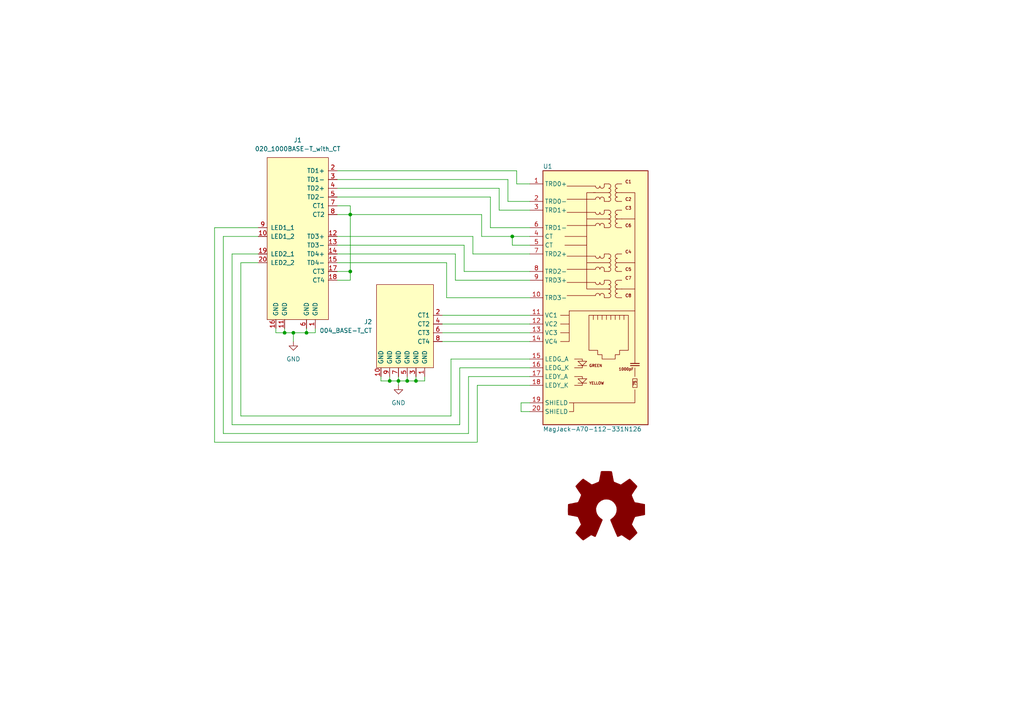
<source format=kicad_sch>
(kicad_sch (version 20211123) (generator eeschema)

  (uuid c264c438-a475-4ad4-9915-0f1e6ecf3053)

  (paper "A4")

  (lib_symbols
    (symbol "Graphic:Logo_Open_Hardware_Large" (pin_names (offset 1.016)) (in_bom yes) (on_board yes)
      (property "Reference" "#LOGO" (id 0) (at 0 12.7 0)
        (effects (font (size 1.27 1.27)) hide)
      )
      (property "Value" "Logo_Open_Hardware_Large" (id 1) (at 0 -10.16 0)
        (effects (font (size 1.27 1.27)) hide)
      )
      (property "Footprint" "" (id 2) (at 0 0 0)
        (effects (font (size 1.27 1.27)) hide)
      )
      (property "Datasheet" "~" (id 3) (at 0 0 0)
        (effects (font (size 1.27 1.27)) hide)
      )
      (property "ki_keywords" "Logo" (id 4) (at 0 0 0)
        (effects (font (size 1.27 1.27)) hide)
      )
      (property "ki_description" "Open Hardware logo, large" (id 5) (at 0 0 0)
        (effects (font (size 1.27 1.27)) hide)
      )
      (symbol "Logo_Open_Hardware_Large_1_1"
        (polyline
          (pts
            (xy 6.731 -8.7122)
            (xy 6.6294 -8.6614)
            (xy 6.35 -8.4836)
            (xy 5.9944 -8.255)
            (xy 5.5372 -7.9502)
            (xy 5.1054 -7.6454)
            (xy 4.7498 -7.4168)
            (xy 4.4958 -7.239)
            (xy 4.3942 -7.1882)
            (xy 4.318 -7.2136)
            (xy 4.1148 -7.3152)
            (xy 3.81 -7.4676)
            (xy 3.6322 -7.5692)
            (xy 3.3528 -7.6708)
            (xy 3.2258 -7.6962)
            (xy 3.2004 -7.6708)
            (xy 3.0988 -7.4676)
            (xy 2.9464 -7.0866)
            (xy 2.7178 -6.604)
            (xy 2.4892 -6.0452)
            (xy 2.2352 -5.4356)
            (xy 1.9558 -4.826)
            (xy 1.7272 -4.2164)
            (xy 1.4986 -3.683)
            (xy 1.3208 -3.2512)
            (xy 1.2192 -2.9464)
            (xy 1.1684 -2.8194)
            (xy 1.1938 -2.794)
            (xy 1.3208 -2.667)
            (xy 1.5748 -2.4892)
            (xy 2.0828 -2.0574)
            (xy 2.6162 -1.397)
            (xy 2.921 -0.6604)
            (xy 3.048 0.1524)
            (xy 2.9464 0.9144)
            (xy 2.6416 1.6256)
            (xy 2.1336 2.286)
            (xy 1.524 2.7686)
            (xy 0.8128 3.0734)
            (xy 0 3.175)
            (xy -0.762 3.0988)
            (xy -1.4986 2.794)
            (xy -2.159 2.286)
            (xy -2.4384 1.9812)
            (xy -2.8194 1.3208)
            (xy -3.048 0.6096)
            (xy -3.0734 0.4318)
            (xy -3.0226 -0.3556)
            (xy -2.794 -1.0922)
            (xy -2.3876 -1.7526)
            (xy -1.8288 -2.3114)
            (xy -1.7526 -2.3622)
            (xy -1.4732 -2.5654)
            (xy -1.2954 -2.6924)
            (xy -1.1684 -2.8194)
            (xy -2.159 -5.207)
            (xy -2.3114 -5.588)
            (xy -2.5908 -6.2484)
            (xy -2.8194 -6.8072)
            (xy -3.0226 -7.2644)
            (xy -3.1496 -7.5692)
            (xy -3.2258 -7.6708)
            (xy -3.2258 -7.6962)
            (xy -3.302 -7.6962)
            (xy -3.4798 -7.6454)
            (xy -3.8354 -7.4676)
            (xy -4.0386 -7.366)
            (xy -4.2926 -7.239)
            (xy -4.4196 -7.1882)
            (xy -4.5212 -7.239)
            (xy -4.7498 -7.3914)
            (xy -5.1054 -7.6454)
            (xy -5.5372 -7.9248)
            (xy -5.9436 -8.2042)
            (xy -6.3246 -8.4582)
            (xy -6.604 -8.636)
            (xy -6.731 -8.7122)
            (xy -6.7564 -8.7122)
            (xy -6.858 -8.636)
            (xy -7.0866 -8.4582)
            (xy -7.4168 -8.1534)
            (xy -7.874 -7.6962)
            (xy -7.9502 -7.62)
            (xy -8.3312 -7.239)
            (xy -8.636 -6.9088)
            (xy -8.8392 -6.6802)
            (xy -8.9154 -6.5786)
            (xy -8.9154 -6.5786)
            (xy -8.8392 -6.4516)
            (xy -8.6614 -6.1722)
            (xy -8.4328 -5.7912)
            (xy -8.128 -5.3594)
            (xy -7.3152 -4.191)
            (xy -7.7724 -3.0988)
            (xy -7.8994 -2.7686)
            (xy -8.0772 -2.3622)
            (xy -8.2042 -2.0828)
            (xy -8.255 -1.9558)
            (xy -8.382 -1.905)
            (xy -8.6614 -1.8542)
            (xy -9.0932 -1.7526)
            (xy -9.6266 -1.651)
            (xy -10.1092 -1.5748)
            (xy -10.541 -1.4732)
            (xy -10.8712 -1.4224)
            (xy -11.0236 -1.397)
            (xy -11.049 -1.3716)
            (xy -11.0744 -1.2954)
            (xy -11.0998 -1.143)
            (xy -11.0998 -0.889)
            (xy -11.1252 -0.4572)
            (xy -11.1252 0.1524)
            (xy -11.1252 0.2286)
            (xy -11.0998 0.8128)
            (xy -11.0998 1.27)
            (xy -11.0744 1.5494)
            (xy -11.0744 1.6764)
            (xy -11.0744 1.6764)
            (xy -10.922 1.7018)
            (xy -10.6172 1.778)
            (xy -10.16 1.8542)
            (xy -9.652 1.9558)
            (xy -9.6012 1.9812)
            (xy -9.0932 2.0828)
            (xy -8.636 2.159)
            (xy -8.3312 2.2352)
            (xy -8.2042 2.286)
            (xy -8.1788 2.3114)
            (xy -8.0772 2.5146)
            (xy -7.9248 2.8448)
            (xy -7.747 3.2512)
            (xy -7.5692 3.6576)
            (xy -7.4168 4.0386)
            (xy -7.3152 4.318)
            (xy -7.2898 4.445)
            (xy -7.2898 4.445)
            (xy -7.366 4.572)
            (xy -7.5438 4.826)
            (xy -7.7978 5.207)
            (xy -8.128 5.6642)
            (xy -8.128 5.6896)
            (xy -8.4328 6.1468)
            (xy -8.6868 6.5278)
            (xy -8.8392 6.7818)
            (xy -8.9154 6.9088)
            (xy -8.9154 6.9088)
            (xy -8.8138 7.0358)
            (xy -8.5852 7.2898)
            (xy -8.255 7.6454)
            (xy -7.874 8.0264)
            (xy -7.747 8.1534)
            (xy -7.3152 8.5852)
            (xy -7.0104 8.8646)
            (xy -6.8326 8.9916)
            (xy -6.731 9.0424)
            (xy -6.731 9.0424)
            (xy -6.604 8.9408)
            (xy -6.3246 8.763)
            (xy -5.9436 8.509)
            (xy -5.4864 8.2042)
            (xy -5.461 8.1788)
            (xy -5.0038 7.874)
            (xy -4.6482 7.62)
            (xy -4.3688 7.4422)
            (xy -4.2672 7.3914)
            (xy -4.2418 7.3914)
            (xy -4.064 7.4422)
            (xy -3.7338 7.5438)
            (xy -3.3528 7.6962)
            (xy -2.9464 7.874)
            (xy -2.5654 8.0264)
            (xy -2.286 8.1534)
            (xy -2.159 8.2296)
            (xy -2.159 8.2296)
            (xy -2.1082 8.382)
            (xy -2.032 8.7122)
            (xy -1.9304 9.1694)
            (xy -1.8288 9.7282)
            (xy -1.8034 9.8044)
            (xy -1.7018 10.3378)
            (xy -1.6256 10.7696)
            (xy -1.5748 11.0744)
            (xy -1.524 11.2014)
            (xy -1.4478 11.2268)
            (xy -1.1938 11.2522)
            (xy -0.8128 11.2522)
            (xy -0.3302 11.2522)
            (xy 0.1524 11.2522)
            (xy 0.6604 11.2522)
            (xy 1.0668 11.2268)
            (xy 1.3716 11.2014)
            (xy 1.4986 11.176)
            (xy 1.4986 11.176)
            (xy 1.5494 11.0236)
            (xy 1.6256 10.6934)
            (xy 1.7018 10.2108)
            (xy 1.8288 9.6774)
            (xy 1.8288 9.5758)
            (xy 1.9304 9.0424)
            (xy 2.032 8.6106)
            (xy 2.0828 8.3058)
            (xy 2.1336 8.2042)
            (xy 2.159 8.1788)
            (xy 2.3876 8.0772)
            (xy 2.7432 7.9248)
            (xy 3.175 7.747)
            (xy 4.191 7.3406)
            (xy 5.461 8.2042)
            (xy 5.5626 8.2804)
            (xy 6.0198 8.5852)
            (xy 6.3754 8.8392)
            (xy 6.6294 8.9916)
            (xy 6.7564 9.0424)
            (xy 6.7564 9.0424)
            (xy 6.8834 8.9408)
            (xy 7.1374 8.7122)
            (xy 7.4676 8.382)
            (xy 7.8486 7.9756)
            (xy 8.1534 7.6962)
            (xy 8.4836 7.3406)
            (xy 8.7122 7.112)
            (xy 8.8392 6.9596)
            (xy 8.8646 6.858)
            (xy 8.8646 6.8072)
            (xy 8.7884 6.6802)
            (xy 8.6106 6.4008)
            (xy 8.3312 6.0198)
            (xy 8.0264 5.588)
            (xy 7.7978 5.207)
            (xy 7.5184 4.8006)
            (xy 7.3406 4.4958)
            (xy 7.2898 4.3434)
            (xy 7.2898 4.2926)
            (xy 7.3914 4.0386)
            (xy 7.5184 3.683)
            (xy 7.7216 3.2258)
            (xy 8.1534 2.2352)
            (xy 8.7884 2.1082)
            (xy 9.1948 2.0574)
            (xy 9.7536 1.9304)
            (xy 10.2616 1.8288)
            (xy 11.0998 1.6764)
            (xy 11.1252 -1.3208)
            (xy 10.9982 -1.3716)
            (xy 10.8712 -1.397)
            (xy 10.5664 -1.4732)
            (xy 10.1346 -1.5494)
            (xy 9.6266 -1.651)
            (xy 9.1948 -1.7272)
            (xy 8.7376 -1.8288)
            (xy 8.4328 -1.8796)
            (xy 8.2804 -1.905)
            (xy 8.255 -1.9558)
            (xy 8.1534 -2.159)
            (xy 7.9756 -2.5146)
            (xy 7.8232 -2.921)
            (xy 7.6454 -3.3274)
            (xy 7.493 -3.7338)
            (xy 7.366 -4.0132)
            (xy 7.3406 -4.191)
            (xy 7.3914 -4.2926)
            (xy 7.5692 -4.5466)
            (xy 7.7978 -4.9276)
            (xy 8.1026 -5.3594)
            (xy 8.4074 -5.7912)
            (xy 8.6614 -6.1722)
            (xy 8.8138 -6.4262)
            (xy 8.89 -6.5532)
            (xy 8.8646 -6.6548)
            (xy 8.6868 -6.858)
            (xy 8.3566 -7.1882)
            (xy 7.874 -7.6708)
            (xy 7.7978 -7.747)
            (xy 7.3914 -8.128)
            (xy 7.0612 -8.4328)
            (xy 6.8326 -8.636)
            (xy 6.731 -8.7122)
          )
          (stroke (width 0) (type default) (color 0 0 0 0))
          (fill (type outline))
        )
      )
    )
    (symbol "parts:MagJack-A70-112-331N126" (in_bom yes) (on_board yes)
      (property "Reference" "U?" (id 0) (at -17.78 76.2 0)
        (effects (font (size 1.27 1.27)) (justify left))
      )
      (property "Value" "MagJack-A70-112-331N126" (id 1) (at -17.78 0 0)
        (effects (font (size 1.27 1.27)) (justify left))
      )
      (property "Footprint" "CM4IO:TRJG0926HENL" (id 2) (at 0 0 0)
        (effects (font (size 1.27 1.27)) hide)
      )
      (property "Datasheet" "https://p.globalsources.com/IMAGES/PDT/SPEC/690/K1160305690.pdf" (id 3) (at 0 0 0)
        (effects (font (size 1.27 1.27)) hide)
      )
      (property "Field6" "TRJG0926HENL" (id 4) (at 0 0 0)
        (effects (font (size 1.27 1.27)) hide)
      )
      (property "Field7" "Trxcon" (id 5) (at 0 0 0)
        (effects (font (size 1.27 1.27)) hide)
      )
      (property "Field8" "UCON00900" (id 6) (at 0 0 0)
        (effects (font (size 1.27 1.27)) hide)
      )
      (property "Part Description" "Gigabit Ethernet Magjack" (id 7) (at 0 0 0)
        (effects (font (size 1.27 1.27)) hide)
      )
      (symbol "MagJack-A70-112-331N126_0_1"
        (polyline
          (pts
            (xy 1.27 40.64)
            (xy -5.08 40.64)
            (xy -5.08 48.26)
            (xy -2.54 48.26)
            (xy -5.08 48.26)
          )
          (stroke (width 0) (type default) (color 0 0 0 0))
          (fill (type none))
        )
        (polyline
          (pts
            (xy 1.27 60.96)
            (xy -5.08 60.96)
            (xy -5.08 68.58)
            (xy -2.54 68.58)
            (xy -5.08 68.58)
          )
          (stroke (width 0) (type default) (color 0 0 0 0))
          (fill (type none))
        )
      )
      (symbol "MagJack-A70-112-331N126_1_1"
        (rectangle (start -17.78 1.27) (end 12.7 74.93)
          (stroke (width 0.254) (type default) (color 0 0 0 0))
          (fill (type background))
        )
        (arc (start -2.54 42.545) (mid -1.905 41.91) (end -1.27 42.545)
          (stroke (width 0) (type default) (color 0 0 0 0))
          (fill (type none))
        )
        (arc (start -2.54 50.165) (mid -1.905 49.53) (end -1.27 50.165)
          (stroke (width 0) (type default) (color 0 0 0 0))
          (fill (type none))
        )
        (arc (start -2.54 62.865) (mid -1.905 62.23) (end -1.27 62.865)
          (stroke (width 0) (type default) (color 0 0 0 0))
          (fill (type none))
        )
        (arc (start -2.54 70.485) (mid -1.905 69.85) (end -1.27 70.485)
          (stroke (width 0) (type default) (color 0 0 0 0))
          (fill (type none))
        )
        (arc (start -1.27 38.735) (mid -1.905 39.37) (end -2.54 38.735)
          (stroke (width 0) (type default) (color 0 0 0 0))
          (fill (type none))
        )
        (arc (start -1.27 42.545) (mid -0.635 41.91) (end 0 42.545)
          (stroke (width 0) (type default) (color 0 0 0 0))
          (fill (type none))
        )
        (arc (start -1.27 46.355) (mid -1.905 46.99) (end -2.54 46.355)
          (stroke (width 0) (type default) (color 0 0 0 0))
          (fill (type none))
        )
        (arc (start -1.27 50.165) (mid -0.635 49.53) (end 0 50.165)
          (stroke (width 0) (type default) (color 0 0 0 0))
          (fill (type none))
        )
        (arc (start -1.27 59.055) (mid -1.905 59.69) (end -2.54 59.055)
          (stroke (width 0) (type default) (color 0 0 0 0))
          (fill (type none))
        )
        (arc (start -1.27 62.865) (mid -0.635 62.23) (end 0 62.865)
          (stroke (width 0) (type default) (color 0 0 0 0))
          (fill (type none))
        )
        (arc (start -1.27 66.675) (mid -1.905 67.31) (end -2.54 66.675)
          (stroke (width 0) (type default) (color 0 0 0 0))
          (fill (type none))
        )
        (arc (start -1.27 70.485) (mid -0.635 69.85) (end 0 70.485)
          (stroke (width 0) (type default) (color 0 0 0 0))
          (fill (type none))
        )
        (polyline
          (pts
            (xy -12.7 27.94)
            (xy -10.16 27.94)
          )
          (stroke (width 0) (type default) (color 0 0 0 0))
          (fill (type none))
        )
        (polyline
          (pts
            (xy -12.7 30.48)
            (xy -10.16 30.48)
          )
          (stroke (width 0) (type default) (color 0 0 0 0))
          (fill (type none))
        )
        (polyline
          (pts
            (xy -12.7 33.02)
            (xy -10.16 33.02)
          )
          (stroke (width 0) (type default) (color 0 0 0 0))
          (fill (type none))
        )
        (polyline
          (pts
            (xy -10.16 33.02)
            (xy -10.16 34.29)
          )
          (stroke (width 0) (type default) (color 0 0 0 0))
          (fill (type none))
        )
        (polyline
          (pts
            (xy -5.08 13.335)
            (xy -7.62 13.335)
          )
          (stroke (width 0) (type default) (color 0 0 0 0))
          (fill (type none))
        )
        (polyline
          (pts
            (xy -5.08 18.415)
            (xy -7.62 18.415)
          )
          (stroke (width 0) (type default) (color 0 0 0 0))
          (fill (type none))
        )
        (polyline
          (pts
            (xy -5.08 48.26)
            (xy -5.08 60.96)
          )
          (stroke (width 0) (type default) (color 0 0 0 0))
          (fill (type none))
        )
        (polyline
          (pts
            (xy -3.175 31.75)
            (xy -3.175 33.02)
          )
          (stroke (width 0) (type default) (color 0 0 0 0))
          (fill (type none))
        )
        (polyline
          (pts
            (xy -3.175 48.26)
            (xy 1.27 48.26)
          )
          (stroke (width 0) (type default) (color 0 0 0 0))
          (fill (type none))
        )
        (polyline
          (pts
            (xy -3.175 68.58)
            (xy 1.27 68.58)
          )
          (stroke (width 0) (type default) (color 0 0 0 0))
          (fill (type none))
        )
        (polyline
          (pts
            (xy -2.54 38.735)
            (xy -10.795 38.735)
          )
          (stroke (width 0) (type default) (color 0 0 0 0))
          (fill (type none))
        )
        (polyline
          (pts
            (xy -2.54 42.545)
            (xy -10.795 42.545)
          )
          (stroke (width 0) (type default) (color 0 0 0 0))
          (fill (type none))
        )
        (polyline
          (pts
            (xy -2.54 46.355)
            (xy -10.795 46.355)
          )
          (stroke (width 0) (type default) (color 0 0 0 0))
          (fill (type none))
        )
        (polyline
          (pts
            (xy -2.54 50.165)
            (xy -10.795 50.165)
          )
          (stroke (width 0) (type default) (color 0 0 0 0))
          (fill (type none))
        )
        (polyline
          (pts
            (xy -2.54 59.055)
            (xy -10.795 59.055)
          )
          (stroke (width 0) (type default) (color 0 0 0 0))
          (fill (type none))
        )
        (polyline
          (pts
            (xy -2.54 62.865)
            (xy -10.795 62.865)
          )
          (stroke (width 0) (type default) (color 0 0 0 0))
          (fill (type none))
        )
        (polyline
          (pts
            (xy -2.54 66.675)
            (xy -10.795 66.675)
          )
          (stroke (width 0) (type default) (color 0 0 0 0))
          (fill (type none))
        )
        (polyline
          (pts
            (xy -2.54 70.485)
            (xy -10.795 70.485)
          )
          (stroke (width 0) (type default) (color 0 0 0 0))
          (fill (type none))
        )
        (polyline
          (pts
            (xy -1.905 33.02)
            (xy -1.905 31.75)
          )
          (stroke (width 0) (type default) (color 0 0 0 0))
          (fill (type none))
        )
        (polyline
          (pts
            (xy -0.635 33.02)
            (xy -0.635 31.75)
          )
          (stroke (width 0) (type default) (color 0 0 0 0))
          (fill (type none))
        )
        (polyline
          (pts
            (xy 0.635 33.02)
            (xy 0.635 31.75)
          )
          (stroke (width 0) (type default) (color 0 0 0 0))
          (fill (type none))
        )
        (polyline
          (pts
            (xy 1.905 33.02)
            (xy 1.905 31.75)
          )
          (stroke (width 0) (type default) (color 0 0 0 0))
          (fill (type none))
        )
        (polyline
          (pts
            (xy 3.175 33.02)
            (xy 3.175 31.75)
          )
          (stroke (width 0) (type default) (color 0 0 0 0))
          (fill (type none))
        )
        (polyline
          (pts
            (xy 3.81 38.1)
            (xy 5.08 38.1)
          )
          (stroke (width 0) (type default) (color 0 0 0 0))
          (fill (type none))
        )
        (polyline
          (pts
            (xy 3.81 40.64)
            (xy 5.08 40.64)
          )
          (stroke (width 0) (type default) (color 0 0 0 0))
          (fill (type none))
        )
        (polyline
          (pts
            (xy 3.81 43.18)
            (xy 5.08 43.18)
          )
          (stroke (width 0) (type default) (color 0 0 0 0))
          (fill (type none))
        )
        (polyline
          (pts
            (xy 3.81 45.72)
            (xy 5.08 45.72)
          )
          (stroke (width 0) (type default) (color 0 0 0 0))
          (fill (type none))
        )
        (polyline
          (pts
            (xy 3.81 48.26)
            (xy 5.08 48.26)
          )
          (stroke (width 0) (type default) (color 0 0 0 0))
          (fill (type none))
        )
        (polyline
          (pts
            (xy 3.81 50.8)
            (xy 5.08 50.8)
          )
          (stroke (width 0) (type default) (color 0 0 0 0))
          (fill (type none))
        )
        (polyline
          (pts
            (xy 3.81 58.42)
            (xy 5.08 58.42)
          )
          (stroke (width 0) (type default) (color 0 0 0 0))
          (fill (type none))
        )
        (polyline
          (pts
            (xy 3.81 60.96)
            (xy 5.08 60.96)
          )
          (stroke (width 0) (type default) (color 0 0 0 0))
          (fill (type none))
        )
        (polyline
          (pts
            (xy 3.81 63.5)
            (xy 5.08 63.5)
          )
          (stroke (width 0) (type default) (color 0 0 0 0))
          (fill (type none))
        )
        (polyline
          (pts
            (xy 3.81 66.04)
            (xy 5.08 66.04)
          )
          (stroke (width 0) (type default) (color 0 0 0 0))
          (fill (type none))
        )
        (polyline
          (pts
            (xy 3.81 68.58)
            (xy 5.08 68.58)
          )
          (stroke (width 0) (type default) (color 0 0 0 0))
          (fill (type none))
        )
        (polyline
          (pts
            (xy 3.81 71.12)
            (xy 5.08 71.12)
          )
          (stroke (width 0) (type default) (color 0 0 0 0))
          (fill (type none))
        )
        (polyline
          (pts
            (xy 4.445 31.75)
            (xy 4.445 33.02)
          )
          (stroke (width 0) (type default) (color 0 0 0 0))
          (fill (type none))
        )
        (polyline
          (pts
            (xy 5.08 40.64)
            (xy 8.89 40.64)
          )
          (stroke (width 0) (type default) (color 0 0 0 0))
          (fill (type none))
        )
        (polyline
          (pts
            (xy 5.08 48.26)
            (xy 8.89 48.26)
          )
          (stroke (width 0) (type default) (color 0 0 0 0))
          (fill (type none))
        )
        (polyline
          (pts
            (xy 5.08 60.96)
            (xy 8.89 60.96)
          )
          (stroke (width 0) (type default) (color 0 0 0 0))
          (fill (type none))
        )
        (polyline
          (pts
            (xy 5.715 31.75)
            (xy 5.715 33.02)
          )
          (stroke (width 0) (type default) (color 0 0 0 0))
          (fill (type none))
        )
        (polyline
          (pts
            (xy 7.62 18.415)
            (xy 10.16 18.415)
          )
          (stroke (width 0.254) (type default) (color 0 0 0 0))
          (fill (type none))
        )
        (polyline
          (pts
            (xy 7.62 19.05)
            (xy 10.16 19.05)
          )
          (stroke (width 0.254) (type default) (color 0 0 0 0))
          (fill (type none))
        )
        (polyline
          (pts
            (xy 8.89 15.24)
            (xy 8.89 17.78)
          )
          (stroke (width 0) (type default) (color 0 0 0 0))
          (fill (type none))
        )
        (polyline
          (pts
            (xy 8.89 19.05)
            (xy 8.89 34.29)
          )
          (stroke (width 0) (type default) (color 0 0 0 0))
          (fill (type none))
        )
        (polyline
          (pts
            (xy -10.16 33.02)
            (xy -10.16 25.4)
            (xy -12.7 25.4)
          )
          (stroke (width 0) (type default) (color 0 0 0 0))
          (fill (type none))
        )
        (polyline
          (pts
            (xy -8.636 12.7)
            (xy -6.35 12.7)
            (xy -6.35 13.335)
          )
          (stroke (width 0) (type default) (color 0 0 0 0))
          (fill (type none))
        )
        (polyline
          (pts
            (xy -8.636 15.24)
            (xy -6.35 15.24)
            (xy -6.35 14.605)
          )
          (stroke (width 0) (type default) (color 0 0 0 0))
          (fill (type none))
        )
        (polyline
          (pts
            (xy -8.636 20.32)
            (xy -6.35 20.32)
            (xy -6.35 19.685)
          )
          (stroke (width 0) (type default) (color 0 0 0 0))
          (fill (type none))
        )
        (polyline
          (pts
            (xy -6.35 18.415)
            (xy -6.35 17.78)
            (xy -8.636 17.78)
          )
          (stroke (width 0) (type default) (color 0 0 0 0))
          (fill (type none))
        )
        (polyline
          (pts
            (xy 0 38.735)
            (xy 0 38.1)
            (xy 1.27 38.1)
          )
          (stroke (width 0) (type default) (color 0 0 0 0))
          (fill (type none))
        )
        (polyline
          (pts
            (xy 0 46.355)
            (xy 0 45.72)
            (xy 1.27 45.72)
          )
          (stroke (width 0) (type default) (color 0 0 0 0))
          (fill (type none))
        )
        (polyline
          (pts
            (xy 0 59.055)
            (xy 0 58.42)
            (xy 1.27 58.42)
          )
          (stroke (width 0) (type default) (color 0 0 0 0))
          (fill (type none))
        )
        (polyline
          (pts
            (xy 0 66.675)
            (xy 0 66.04)
            (xy 1.27 66.04)
          )
          (stroke (width 0) (type default) (color 0 0 0 0))
          (fill (type none))
        )
        (polyline
          (pts
            (xy 1.27 43.18)
            (xy 0 43.18)
            (xy 0 42.545)
          )
          (stroke (width 0) (type default) (color 0 0 0 0))
          (fill (type none))
        )
        (polyline
          (pts
            (xy 1.27 50.8)
            (xy 0 50.8)
            (xy 0 50.165)
          )
          (stroke (width 0) (type default) (color 0 0 0 0))
          (fill (type none))
        )
        (polyline
          (pts
            (xy 1.27 63.5)
            (xy 0 63.5)
            (xy 0 62.865)
          )
          (stroke (width 0) (type default) (color 0 0 0 0))
          (fill (type none))
        )
        (polyline
          (pts
            (xy 1.27 71.12)
            (xy 0 71.12)
            (xy 0 70.485)
          )
          (stroke (width 0) (type default) (color 0 0 0 0))
          (fill (type none))
        )
        (polyline
          (pts
            (xy -11.43 53.34)
            (xy -5.08 53.34)
            (xy -5.08 55.88)
            (xy -11.43 55.88)
          )
          (stroke (width 0) (type default) (color 0 0 0 0))
          (fill (type none))
        )
        (polyline
          (pts
            (xy -10.16 34.29)
            (xy 8.89 34.29)
            (xy 8.89 68.58)
            (xy 5.08 68.58)
          )
          (stroke (width 0) (type default) (color 0 0 0 0))
          (fill (type none))
        )
        (polyline
          (pts
            (xy -7.62 19.685)
            (xy -5.08 19.685)
            (xy -6.35 18.415)
            (xy -7.62 19.685)
          )
          (stroke (width 0) (type default) (color 0 0 0 0))
          (fill (type none))
        )
        (polyline
          (pts
            (xy -5.08 14.605)
            (xy -7.62 14.605)
            (xy -6.35 13.335)
            (xy -5.08 14.605)
          )
          (stroke (width 0) (type default) (color 0 0 0 0))
          (fill (type none))
        )
        (polyline
          (pts
            (xy -10.16 5.08)
            (xy -8.89 5.08)
            (xy -8.89 7.62)
            (xy -10.16 7.62)
            (xy -8.89 7.62)
            (xy 8.89 7.62)
            (xy 8.89 11.43)
          )
          (stroke (width 0) (type default) (color 0 0 0 0))
          (fill (type none))
        )
        (polyline
          (pts
            (xy -4.445 33.02)
            (xy 6.985 33.02)
            (xy 6.985 22.86)
            (xy 4.445 22.86)
            (xy 4.445 21.59)
            (xy 3.175 21.59)
            (xy 3.175 20.32)
            (xy -0.635 20.32)
            (xy -0.635 21.59)
            (xy -1.905 21.59)
            (xy -1.905 22.86)
            (xy -4.445 22.86)
            (xy -4.445 33.02)
          )
          (stroke (width 0) (type default) (color 0 0 0 0))
          (fill (type none))
        )
        (arc (start 0 38.735) (mid -0.635 39.37) (end -1.27 38.735)
          (stroke (width 0) (type default) (color 0 0 0 0))
          (fill (type none))
        )
        (arc (start 0 46.355) (mid -0.635 46.99) (end -1.27 46.355)
          (stroke (width 0) (type default) (color 0 0 0 0))
          (fill (type none))
        )
        (arc (start 0 59.055) (mid -0.635 59.69) (end -1.27 59.055)
          (stroke (width 0) (type default) (color 0 0 0 0))
          (fill (type none))
        )
        (arc (start 0 66.675) (mid -0.635 67.31) (end -1.27 66.675)
          (stroke (width 0) (type default) (color 0 0 0 0))
          (fill (type none))
        )
        (arc (start 1.27 38.1) (mid 1.905 38.735) (end 1.27 39.37)
          (stroke (width 0) (type default) (color 0 0 0 0))
          (fill (type none))
        )
        (arc (start 1.27 39.37) (mid 1.905 40.005) (end 1.27 40.64)
          (stroke (width 0) (type default) (color 0 0 0 0))
          (fill (type none))
        )
        (arc (start 1.27 40.64) (mid 1.905 41.275) (end 1.27 41.91)
          (stroke (width 0) (type default) (color 0 0 0 0))
          (fill (type none))
        )
        (arc (start 1.27 41.91) (mid 1.905 42.545) (end 1.27 43.18)
          (stroke (width 0) (type default) (color 0 0 0 0))
          (fill (type none))
        )
        (arc (start 1.27 45.72) (mid 1.905 46.355) (end 1.27 46.99)
          (stroke (width 0) (type default) (color 0 0 0 0))
          (fill (type none))
        )
        (arc (start 1.27 46.99) (mid 1.905 47.625) (end 1.27 48.26)
          (stroke (width 0) (type default) (color 0 0 0 0))
          (fill (type none))
        )
        (arc (start 1.27 48.26) (mid 1.905 48.895) (end 1.27 49.53)
          (stroke (width 0) (type default) (color 0 0 0 0))
          (fill (type none))
        )
        (arc (start 1.27 49.53) (mid 1.905 50.165) (end 1.27 50.8)
          (stroke (width 0) (type default) (color 0 0 0 0))
          (fill (type none))
        )
        (arc (start 1.27 58.42) (mid 1.905 59.055) (end 1.27 59.69)
          (stroke (width 0) (type default) (color 0 0 0 0))
          (fill (type none))
        )
        (arc (start 1.27 59.69) (mid 1.905 60.325) (end 1.27 60.96)
          (stroke (width 0) (type default) (color 0 0 0 0))
          (fill (type none))
        )
        (arc (start 1.27 60.96) (mid 1.905 61.595) (end 1.27 62.23)
          (stroke (width 0) (type default) (color 0 0 0 0))
          (fill (type none))
        )
        (arc (start 1.27 62.23) (mid 1.905 62.865) (end 1.27 63.5)
          (stroke (width 0) (type default) (color 0 0 0 0))
          (fill (type none))
        )
        (arc (start 1.27 66.04) (mid 1.905 66.675) (end 1.27 67.31)
          (stroke (width 0) (type default) (color 0 0 0 0))
          (fill (type none))
        )
        (arc (start 1.27 67.31) (mid 1.905 67.945) (end 1.27 68.58)
          (stroke (width 0) (type default) (color 0 0 0 0))
          (fill (type none))
        )
        (arc (start 1.27 68.58) (mid 1.905 69.215) (end 1.27 69.85)
          (stroke (width 0) (type default) (color 0 0 0 0))
          (fill (type none))
        )
        (arc (start 1.27 69.85) (mid 1.905 70.485) (end 1.27 71.12)
          (stroke (width 0) (type default) (color 0 0 0 0))
          (fill (type none))
        )
        (arc (start 3.81 39.37) (mid 3.175 38.735) (end 3.81 38.1)
          (stroke (width 0) (type default) (color 0 0 0 0))
          (fill (type none))
        )
        (arc (start 3.81 40.64) (mid 3.175 40.005) (end 3.81 39.37)
          (stroke (width 0) (type default) (color 0 0 0 0))
          (fill (type none))
        )
        (arc (start 3.81 41.91) (mid 3.175 41.275) (end 3.81 40.64)
          (stroke (width 0) (type default) (color 0 0 0 0))
          (fill (type none))
        )
        (arc (start 3.81 43.18) (mid 3.175 42.545) (end 3.81 41.91)
          (stroke (width 0) (type default) (color 0 0 0 0))
          (fill (type none))
        )
        (arc (start 3.81 46.99) (mid 3.175 46.355) (end 3.81 45.72)
          (stroke (width 0) (type default) (color 0 0 0 0))
          (fill (type none))
        )
        (arc (start 3.81 48.26) (mid 3.175 47.625) (end 3.81 46.99)
          (stroke (width 0) (type default) (color 0 0 0 0))
          (fill (type none))
        )
        (arc (start 3.81 49.53) (mid 3.175 48.895) (end 3.81 48.26)
          (stroke (width 0) (type default) (color 0 0 0 0))
          (fill (type none))
        )
        (arc (start 3.81 50.8) (mid 3.175 50.165) (end 3.81 49.53)
          (stroke (width 0) (type default) (color 0 0 0 0))
          (fill (type none))
        )
        (arc (start 3.81 59.69) (mid 3.175 59.055) (end 3.81 58.42)
          (stroke (width 0) (type default) (color 0 0 0 0))
          (fill (type none))
        )
        (arc (start 3.81 60.96) (mid 3.175 60.325) (end 3.81 59.69)
          (stroke (width 0) (type default) (color 0 0 0 0))
          (fill (type none))
        )
        (arc (start 3.81 62.23) (mid 3.175 61.595) (end 3.81 60.96)
          (stroke (width 0) (type default) (color 0 0 0 0))
          (fill (type none))
        )
        (arc (start 3.81 63.5) (mid 3.175 62.865) (end 3.81 62.23)
          (stroke (width 0) (type default) (color 0 0 0 0))
          (fill (type none))
        )
        (arc (start 3.81 67.31) (mid 3.175 66.675) (end 3.81 66.04)
          (stroke (width 0) (type default) (color 0 0 0 0))
          (fill (type none))
        )
        (arc (start 3.81 68.58) (mid 3.175 67.945) (end 3.81 67.31)
          (stroke (width 0) (type default) (color 0 0 0 0))
          (fill (type none))
        )
        (arc (start 3.81 69.85) (mid 3.175 69.215) (end 3.81 68.58)
          (stroke (width 0) (type default) (color 0 0 0 0))
          (fill (type none))
        )
        (arc (start 3.81 71.12) (mid 3.175 70.485) (end 3.81 69.85)
          (stroke (width 0) (type default) (color 0 0 0 0))
          (fill (type none))
        )
        (rectangle (start 9.525 12.065) (end 8.255 14.605)
          (stroke (width 0) (type default) (color 0 0 0 0))
          (fill (type none))
        )
        (text "1000pF" (at 6.35 17.399 0)
          (effects (font (size 0.762 0.762)))
        )
        (text "75" (at 8.89 13.335 900)
          (effects (font (size 0.762 0.762)))
        )
        (text "C1" (at 6.985 71.755 0)
          (effects (font (size 0.889 0.889)))
        )
        (text "C2" (at 6.985 66.675 0)
          (effects (font (size 0.889 0.889)))
        )
        (text "C3" (at 6.985 64.135 0)
          (effects (font (size 0.889 0.889)))
        )
        (text "C4" (at 6.985 51.435 0)
          (effects (font (size 0.889 0.889)))
        )
        (text "C5" (at 6.985 46.355 0)
          (effects (font (size 0.889 0.889)))
        )
        (text "C6" (at 6.985 59.055 0)
          (effects (font (size 0.889 0.889)))
        )
        (text "C7" (at 6.985 43.815 0)
          (effects (font (size 0.889 0.889)))
        )
        (text "C8" (at 6.985 38.735 0)
          (effects (font (size 0.889 0.889)))
        )
        (text "GREEN" (at -4.445 18.415 0)
          (effects (font (size 0.762 0.762)) (justify left))
        )
        (text "YELLOW" (at -4.445 13.335 0)
          (effects (font (size 0.762 0.762)) (justify left))
        )
        (pin passive line (at -21.59 71.12 0) (length 3.81)
          (name "TRD0+" (effects (font (size 1.27 1.27))))
          (number "1" (effects (font (size 1.27 1.27))))
        )
        (pin passive line (at -21.59 38.1 0) (length 3.81)
          (name "TRD3-" (effects (font (size 1.27 1.27))))
          (number "10" (effects (font (size 1.27 1.27))))
        )
        (pin passive line (at -21.59 33.02 0) (length 3.81)
          (name "VC1" (effects (font (size 1.27 1.27))))
          (number "11" (effects (font (size 1.27 1.27))))
        )
        (pin passive line (at -21.59 30.48 0) (length 3.81)
          (name "VC2" (effects (font (size 1.27 1.27))))
          (number "12" (effects (font (size 1.27 1.27))))
        )
        (pin passive line (at -21.59 27.94 0) (length 3.81)
          (name "VC3" (effects (font (size 1.27 1.27))))
          (number "13" (effects (font (size 1.27 1.27))))
        )
        (pin passive line (at -21.59 25.4 0) (length 3.81)
          (name "VC4" (effects (font (size 1.27 1.27))))
          (number "14" (effects (font (size 1.27 1.27))))
        )
        (pin passive line (at -21.59 20.32 0) (length 3.81)
          (name "LEDG_A" (effects (font (size 1.27 1.27))))
          (number "15" (effects (font (size 1.27 1.27))))
        )
        (pin passive line (at -21.59 17.78 0) (length 3.81)
          (name "LEDG_K" (effects (font (size 1.27 1.27))))
          (number "16" (effects (font (size 1.27 1.27))))
        )
        (pin passive line (at -21.59 15.24 0) (length 3.81)
          (name "LEDY_A" (effects (font (size 1.27 1.27))))
          (number "17" (effects (font (size 1.27 1.27))))
        )
        (pin passive line (at -21.59 12.7 0) (length 3.81)
          (name "LEDY_K" (effects (font (size 1.27 1.27))))
          (number "18" (effects (font (size 1.27 1.27))))
        )
        (pin passive line (at -21.59 7.62 0) (length 3.81)
          (name "SHIELD" (effects (font (size 1.27 1.27))))
          (number "19" (effects (font (size 1.27 1.27))))
        )
        (pin passive line (at -21.59 66.04 0) (length 3.81)
          (name "TRD0-" (effects (font (size 1.27 1.27))))
          (number "2" (effects (font (size 1.27 1.27))))
        )
        (pin passive line (at -21.59 5.08 0) (length 3.81)
          (name "SHIELD" (effects (font (size 1.27 1.27))))
          (number "20" (effects (font (size 1.27 1.27))))
        )
        (pin passive line (at -21.59 63.5 0) (length 3.81)
          (name "TRD1+" (effects (font (size 1.27 1.27))))
          (number "3" (effects (font (size 1.27 1.27))))
        )
        (pin passive line (at -21.59 55.88 0) (length 3.81)
          (name "CT" (effects (font (size 1.27 1.27))))
          (number "4" (effects (font (size 1.27 1.27))))
        )
        (pin passive line (at -21.59 53.34 0) (length 3.81)
          (name "CT" (effects (font (size 1.27 1.27))))
          (number "5" (effects (font (size 1.27 1.27))))
        )
        (pin passive line (at -21.59 58.42 0) (length 3.81)
          (name "TRD1-" (effects (font (size 1.27 1.27))))
          (number "6" (effects (font (size 1.27 1.27))))
        )
        (pin passive line (at -21.59 50.8 0) (length 3.81)
          (name "TRD2+" (effects (font (size 1.27 1.27))))
          (number "7" (effects (font (size 1.27 1.27))))
        )
        (pin passive line (at -21.59 45.72 0) (length 3.81)
          (name "TRD2-" (effects (font (size 1.27 1.27))))
          (number "8" (effects (font (size 1.27 1.27))))
        )
        (pin passive line (at -21.59 43.18 0) (length 3.81)
          (name "TRD3+" (effects (font (size 1.27 1.27))))
          (number "9" (effects (font (size 1.27 1.27))))
        )
      )
    )
    (symbol "power:GND" (power) (pin_names (offset 0)) (in_bom yes) (on_board yes)
      (property "Reference" "#PWR" (id 0) (at 0 -6.35 0)
        (effects (font (size 1.27 1.27)) hide)
      )
      (property "Value" "GND" (id 1) (at 0 -3.81 0)
        (effects (font (size 1.27 1.27)))
      )
      (property "Footprint" "" (id 2) (at 0 0 0)
        (effects (font (size 1.27 1.27)) hide)
      )
      (property "Datasheet" "" (id 3) (at 0 0 0)
        (effects (font (size 1.27 1.27)) hide)
      )
      (property "ki_keywords" "power-flag" (id 4) (at 0 0 0)
        (effects (font (size 1.27 1.27)) hide)
      )
      (property "ki_description" "Power symbol creates a global label with name \"GND\" , ground" (id 5) (at 0 0 0)
        (effects (font (size 1.27 1.27)) hide)
      )
      (symbol "GND_0_1"
        (polyline
          (pts
            (xy 0 0)
            (xy 0 -1.27)
            (xy 1.27 -1.27)
            (xy 0 -2.54)
            (xy -1.27 -1.27)
            (xy 0 -1.27)
          )
          (stroke (width 0) (type default) (color 0 0 0 0))
          (fill (type none))
        )
      )
      (symbol "GND_1_1"
        (pin power_in line (at 0 0 270) (length 0) hide
          (name "GND" (effects (font (size 1.27 1.27))))
          (number "1" (effects (font (size 1.27 1.27))))
        )
      )
    )
    (symbol "put_on_edge:004_BASE-T_CT" (pin_names (offset 1.016)) (in_bom yes) (on_board yes)
      (property "Reference" "J" (id 0) (at -2.54 13.97 0)
        (effects (font (size 1.27 1.27)))
      )
      (property "Value" "004_BASE-T_CT" (id 1) (at 8.89 13.97 0)
        (effects (font (size 1.27 1.27)))
      )
      (property "Footprint" "" (id 2) (at 7.62 16.51 0)
        (effects (font (size 1.27 1.27)) hide)
      )
      (property "Datasheet" "" (id 3) (at 7.62 16.51 0)
        (effects (font (size 1.27 1.27)) hide)
      )
      (symbol "004_BASE-T_CT_0_1"
        (rectangle (start -8.89 12.7) (end 7.62 -11.43)
          (stroke (width 0) (type default) (color 0 0 0 0))
          (fill (type background))
        )
      )
      (symbol "004_BASE-T_CT_1_1"
        (pin power_in line (at -6.35 -13.97 90) (length 2.54)
          (name "GND" (effects (font (size 1.27 1.27))))
          (number "1" (effects (font (size 1.27 1.27))))
        )
        (pin power_in line (at 6.35 -13.97 90) (length 2.54)
          (name "GND" (effects (font (size 1.27 1.27))))
          (number "10" (effects (font (size 1.27 1.27))))
        )
        (pin bidirectional line (at -11.43 3.81 0) (length 2.54)
          (name "CT1" (effects (font (size 1.27 1.27))))
          (number "2" (effects (font (size 1.27 1.27))))
        )
        (pin power_in line (at -3.81 -13.97 90) (length 2.54)
          (name "GND" (effects (font (size 1.27 1.27))))
          (number "3" (effects (font (size 1.27 1.27))))
        )
        (pin bidirectional line (at -11.43 1.27 0) (length 2.54)
          (name "CT2" (effects (font (size 1.27 1.27))))
          (number "4" (effects (font (size 1.27 1.27))))
        )
        (pin power_in line (at -1.27 -13.97 90) (length 2.54)
          (name "GND" (effects (font (size 1.27 1.27))))
          (number "5" (effects (font (size 1.27 1.27))))
        )
        (pin bidirectional line (at -11.43 -1.27 0) (length 2.54)
          (name "CT3" (effects (font (size 1.27 1.27))))
          (number "6" (effects (font (size 1.27 1.27))))
        )
        (pin power_in line (at 1.27 -13.97 90) (length 2.54)
          (name "GND" (effects (font (size 1.27 1.27))))
          (number "7" (effects (font (size 1.27 1.27))))
        )
        (pin bidirectional line (at -11.43 -3.81 0) (length 2.54)
          (name "CT4" (effects (font (size 1.27 1.27))))
          (number "8" (effects (font (size 1.27 1.27))))
        )
        (pin power_in line (at 3.81 -13.97 90) (length 2.54)
          (name "GND" (effects (font (size 1.27 1.27))))
          (number "9" (effects (font (size 1.27 1.27))))
        )
      )
    )
    (symbol "put_on_edge:020_1000BASE-T_with_CT" (pin_names (offset 1.016)) (in_bom yes) (on_board yes)
      (property "Reference" "J" (id 0) (at -2.54 13.97 0)
        (effects (font (size 1.27 1.27)))
      )
      (property "Value" "020_1000BASE-T_with_CT" (id 1) (at 8.89 13.97 0)
        (effects (font (size 1.27 1.27)))
      )
      (property "Footprint" "" (id 2) (at 7.62 16.51 0)
        (effects (font (size 1.27 1.27)) hide)
      )
      (property "Datasheet" "" (id 3) (at 7.62 16.51 0)
        (effects (font (size 1.27 1.27)) hide)
      )
      (symbol "020_1000BASE-T_with_CT_0_1"
        (rectangle (start -8.89 12.7) (end 8.89 -34.29)
          (stroke (width 0) (type default) (color 0 0 0 0))
          (fill (type background))
        )
      )
      (symbol "020_1000BASE-T_with_CT_1_1"
        (pin power_in line (at -5.08 -36.83 90) (length 2.54)
          (name "GND" (effects (font (size 1.27 1.27))))
          (number "1" (effects (font (size 1.27 1.27))))
        )
        (pin bidirectional line (at 11.43 -10.16 180) (length 2.54)
          (name "LED1_2" (effects (font (size 1.27 1.27))))
          (number "10" (effects (font (size 1.27 1.27))))
        )
        (pin power_in line (at 3.81 -36.83 90) (length 2.54)
          (name "GND" (effects (font (size 1.27 1.27))))
          (number "11" (effects (font (size 1.27 1.27))))
        )
        (pin bidirectional line (at -11.43 -10.16 0) (length 2.54)
          (name "TD3+" (effects (font (size 1.27 1.27))))
          (number "12" (effects (font (size 1.27 1.27))))
        )
        (pin bidirectional line (at -11.43 -12.7 0) (length 2.54)
          (name "TD3-" (effects (font (size 1.27 1.27))))
          (number "13" (effects (font (size 1.27 1.27))))
        )
        (pin bidirectional line (at -11.43 -15.24 0) (length 2.54)
          (name "TD4+" (effects (font (size 1.27 1.27))))
          (number "14" (effects (font (size 1.27 1.27))))
        )
        (pin bidirectional line (at -11.43 -17.78 0) (length 2.54)
          (name "TD4-" (effects (font (size 1.27 1.27))))
          (number "15" (effects (font (size 1.27 1.27))))
        )
        (pin power_in line (at 6.35 -36.83 90) (length 2.54)
          (name "GND" (effects (font (size 1.27 1.27))))
          (number "16" (effects (font (size 1.27 1.27))))
        )
        (pin bidirectional line (at -11.43 -20.32 0) (length 2.54)
          (name "CT3" (effects (font (size 1.27 1.27))))
          (number "17" (effects (font (size 1.27 1.27))))
        )
        (pin bidirectional line (at -11.43 -22.86 0) (length 2.54)
          (name "CT4" (effects (font (size 1.27 1.27))))
          (number "18" (effects (font (size 1.27 1.27))))
        )
        (pin bidirectional line (at 11.43 -15.24 180) (length 2.54)
          (name "LED2_1" (effects (font (size 1.27 1.27))))
          (number "19" (effects (font (size 1.27 1.27))))
        )
        (pin bidirectional line (at -11.43 8.89 0) (length 2.54)
          (name "TD1+" (effects (font (size 1.27 1.27))))
          (number "2" (effects (font (size 1.27 1.27))))
        )
        (pin bidirectional line (at 11.43 -17.78 180) (length 2.54)
          (name "LED2_2" (effects (font (size 1.27 1.27))))
          (number "20" (effects (font (size 1.27 1.27))))
        )
        (pin bidirectional line (at -11.43 6.35 0) (length 2.54)
          (name "TD1-" (effects (font (size 1.27 1.27))))
          (number "3" (effects (font (size 1.27 1.27))))
        )
        (pin bidirectional line (at -11.43 3.81 0) (length 2.54)
          (name "TD2+" (effects (font (size 1.27 1.27))))
          (number "4" (effects (font (size 1.27 1.27))))
        )
        (pin bidirectional line (at -11.43 1.27 0) (length 2.54)
          (name "TD2-" (effects (font (size 1.27 1.27))))
          (number "5" (effects (font (size 1.27 1.27))))
        )
        (pin power_in line (at -2.54 -36.83 90) (length 2.54)
          (name "GND" (effects (font (size 1.27 1.27))))
          (number "6" (effects (font (size 1.27 1.27))))
        )
        (pin bidirectional line (at -11.43 -1.27 0) (length 2.54)
          (name "CT1" (effects (font (size 1.27 1.27))))
          (number "7" (effects (font (size 1.27 1.27))))
        )
        (pin bidirectional line (at -11.43 -3.81 0) (length 2.54)
          (name "CT2" (effects (font (size 1.27 1.27))))
          (number "8" (effects (font (size 1.27 1.27))))
        )
        (pin bidirectional line (at 11.43 -7.62 180) (length 2.54)
          (name "LED1_1" (effects (font (size 1.27 1.27))))
          (number "9" (effects (font (size 1.27 1.27))))
        )
      )
    )
  )

  (junction (at 120.65 110.49) (diameter 0) (color 0 0 0 0)
    (uuid 009ee5aa-243c-4613-9570-bf3c1862752e)
  )
  (junction (at 101.6 62.23) (diameter 0) (color 0 0 0 0)
    (uuid 66ac9f7c-e85a-49b7-b7b6-7e7338a3e4fb)
  )
  (junction (at 101.6 78.74) (diameter 0) (color 0 0 0 0)
    (uuid 7f7be97f-733f-436c-b4c0-c678dbfa2bd9)
  )
  (junction (at 113.03 110.49) (diameter 0) (color 0 0 0 0)
    (uuid 9753ff07-d111-4956-af59-0c4add831580)
  )
  (junction (at 118.11 110.49) (diameter 0) (color 0 0 0 0)
    (uuid b024747d-b7ca-4e58-8330-da1712c95427)
  )
  (junction (at 82.55 96.52) (diameter 0) (color 0 0 0 0)
    (uuid b3f06f9b-98c2-4dfa-a25f-1c787a26dad9)
  )
  (junction (at 85.09 96.52) (diameter 0) (color 0 0 0 0)
    (uuid b6761ed4-1957-439f-8cd4-b8ca412d6ecb)
  )
  (junction (at 148.59 68.58) (diameter 0) (color 0 0 0 0)
    (uuid ba62e86b-1647-49c3-8dda-80e71f6632de)
  )
  (junction (at 115.57 110.49) (diameter 0) (color 0 0 0 0)
    (uuid cf37b6b4-8ea0-4e01-a3f9-ee0e8076876a)
  )
  (junction (at 88.9 96.52) (diameter 0) (color 0 0 0 0)
    (uuid e95fd37a-70ab-40c2-92d6-62cbb74dead5)
  )

  (wire (pts (xy 148.59 68.58) (xy 139.7 68.58))
    (stroke (width 0) (type default) (color 0 0 0 0))
    (uuid 000193ae-88c8-4515-a3a9-4e9c5b9342a9)
  )
  (wire (pts (xy 153.67 109.22) (xy 135.89 109.22))
    (stroke (width 0) (type default) (color 0 0 0 0))
    (uuid 0121af60-fc50-4609-b7be-8215e523d2d7)
  )
  (wire (pts (xy 64.77 68.58) (xy 74.93 68.58))
    (stroke (width 0) (type default) (color 0 0 0 0))
    (uuid 03eb300a-5f6e-4d3f-b371-2bdb6f7d76d9)
  )
  (wire (pts (xy 115.57 109.22) (xy 115.57 110.49))
    (stroke (width 0) (type default) (color 0 0 0 0))
    (uuid 082e07d9-a6d4-4193-827f-bf7643d8e798)
  )
  (wire (pts (xy 118.11 109.22) (xy 118.11 110.49))
    (stroke (width 0) (type default) (color 0 0 0 0))
    (uuid 0c92e689-9627-4711-887e-c54b53a9819f)
  )
  (wire (pts (xy 128.27 96.52) (xy 153.67 96.52))
    (stroke (width 0) (type default) (color 0 0 0 0))
    (uuid 0e0bc70e-532e-4af4-8adb-7f47282b0467)
  )
  (wire (pts (xy 133.35 123.19) (xy 67.31 123.19))
    (stroke (width 0) (type default) (color 0 0 0 0))
    (uuid 0ee1c1e7-b515-4a9d-a68d-dd4e31428e83)
  )
  (wire (pts (xy 138.43 111.76) (xy 138.43 128.27))
    (stroke (width 0) (type default) (color 0 0 0 0))
    (uuid 10e360ca-9bea-4ec0-964e-2fe719fe7b7d)
  )
  (wire (pts (xy 128.27 91.44) (xy 153.67 91.44))
    (stroke (width 0) (type default) (color 0 0 0 0))
    (uuid 18be7ca6-5942-4bc1-bf13-c4393b1dbad1)
  )
  (wire (pts (xy 80.01 95.25) (xy 80.01 96.52))
    (stroke (width 0) (type default) (color 0 0 0 0))
    (uuid 1dd497d2-9138-48a8-80ca-5c6c78b8d54b)
  )
  (wire (pts (xy 97.79 68.58) (xy 137.16 68.58))
    (stroke (width 0) (type default) (color 0 0 0 0))
    (uuid 1f59ac14-c469-4651-bf01-b3cb29ff6018)
  )
  (wire (pts (xy 64.77 125.73) (xy 64.77 68.58))
    (stroke (width 0) (type default) (color 0 0 0 0))
    (uuid 208940d8-fe18-4dbb-a3ab-dfb6808c3a6c)
  )
  (wire (pts (xy 91.44 96.52) (xy 88.9 96.52))
    (stroke (width 0) (type default) (color 0 0 0 0))
    (uuid 229cbcc7-7f68-48f0-b959-0803f331a412)
  )
  (wire (pts (xy 153.67 106.68) (xy 133.35 106.68))
    (stroke (width 0) (type default) (color 0 0 0 0))
    (uuid 23e13f6b-680e-4f42-b7c0-204915809eae)
  )
  (wire (pts (xy 69.85 76.2) (xy 74.93 76.2))
    (stroke (width 0) (type default) (color 0 0 0 0))
    (uuid 2820cf25-5798-455c-a8d4-defe0851266c)
  )
  (wire (pts (xy 123.19 109.22) (xy 123.19 110.49))
    (stroke (width 0) (type default) (color 0 0 0 0))
    (uuid 28f3f305-31fc-42f5-a5c2-a9767b3e39b1)
  )
  (wire (pts (xy 97.79 49.53) (xy 149.86 49.53))
    (stroke (width 0) (type default) (color 0 0 0 0))
    (uuid 2c6bda5a-527a-4a7e-a329-1a3c5247a7fd)
  )
  (wire (pts (xy 97.79 78.74) (xy 101.6 78.74))
    (stroke (width 0) (type default) (color 0 0 0 0))
    (uuid 2ccb505a-0613-4946-814a-15045c4bb55e)
  )
  (wire (pts (xy 80.01 96.52) (xy 82.55 96.52))
    (stroke (width 0) (type default) (color 0 0 0 0))
    (uuid 2fd58d61-9254-4057-8b77-0f6ca5681e9b)
  )
  (wire (pts (xy 120.65 110.49) (xy 118.11 110.49))
    (stroke (width 0) (type default) (color 0 0 0 0))
    (uuid 2fda4e37-b397-4b71-82d7-a06aedc4f4e2)
  )
  (wire (pts (xy 151.13 119.38) (xy 151.13 116.84))
    (stroke (width 0) (type default) (color 0 0 0 0))
    (uuid 327e0d7b-8172-4110-8962-c59e963cc266)
  )
  (wire (pts (xy 97.79 81.28) (xy 101.6 81.28))
    (stroke (width 0) (type default) (color 0 0 0 0))
    (uuid 339f3ae3-2532-44d4-8712-d3fa9d5beb76)
  )
  (wire (pts (xy 153.67 68.58) (xy 148.59 68.58))
    (stroke (width 0) (type default) (color 0 0 0 0))
    (uuid 34e17063-8db1-4c18-a4a9-c84c60266193)
  )
  (wire (pts (xy 142.24 66.04) (xy 153.67 66.04))
    (stroke (width 0) (type default) (color 0 0 0 0))
    (uuid 39d5e00e-b9ab-4516-973c-1e721250dc76)
  )
  (wire (pts (xy 85.09 96.52) (xy 85.09 99.06))
    (stroke (width 0) (type default) (color 0 0 0 0))
    (uuid 3fa902a9-0a88-4a8c-a6cf-78bb26757e71)
  )
  (wire (pts (xy 137.16 73.66) (xy 153.67 73.66))
    (stroke (width 0) (type default) (color 0 0 0 0))
    (uuid 410e855c-6848-4af9-9db0-e3077acd0a85)
  )
  (wire (pts (xy 135.89 109.22) (xy 135.89 125.73))
    (stroke (width 0) (type default) (color 0 0 0 0))
    (uuid 48a9039d-a47a-425f-baf5-ae3301245e18)
  )
  (wire (pts (xy 151.13 116.84) (xy 153.67 116.84))
    (stroke (width 0) (type default) (color 0 0 0 0))
    (uuid 50478473-9be9-42f3-b380-2442508e4e10)
  )
  (wire (pts (xy 118.11 110.49) (xy 115.57 110.49))
    (stroke (width 0) (type default) (color 0 0 0 0))
    (uuid 524629f0-d6fb-4144-b2bf-0b58f917e029)
  )
  (wire (pts (xy 129.54 76.2) (xy 129.54 86.36))
    (stroke (width 0) (type default) (color 0 0 0 0))
    (uuid 5c8ef563-78a9-4d82-ab02-f537016f1215)
  )
  (wire (pts (xy 67.31 123.19) (xy 67.31 73.66))
    (stroke (width 0) (type default) (color 0 0 0 0))
    (uuid 5f77d96e-7766-41f6-8752-32fd8b1de2d8)
  )
  (wire (pts (xy 134.62 71.12) (xy 97.79 71.12))
    (stroke (width 0) (type default) (color 0 0 0 0))
    (uuid 5f8cf3c2-d3ea-45a6-8c79-3a9b8f76a55a)
  )
  (wire (pts (xy 62.23 128.27) (xy 62.23 66.04))
    (stroke (width 0) (type default) (color 0 0 0 0))
    (uuid 6185be90-95d1-4450-a71a-d6bd8d06fefd)
  )
  (wire (pts (xy 101.6 81.28) (xy 101.6 78.74))
    (stroke (width 0) (type default) (color 0 0 0 0))
    (uuid 67bb844a-ed12-4eb9-a3ce-c10b2236f6e5)
  )
  (wire (pts (xy 149.86 53.34) (xy 153.67 53.34))
    (stroke (width 0) (type default) (color 0 0 0 0))
    (uuid 67db433c-cafa-4490-8c28-fa8bd27a74bf)
  )
  (wire (pts (xy 149.86 49.53) (xy 149.86 53.34))
    (stroke (width 0) (type default) (color 0 0 0 0))
    (uuid 68f747fa-d6af-4bd7-bff6-c024b4003b38)
  )
  (wire (pts (xy 132.08 81.28) (xy 153.67 81.28))
    (stroke (width 0) (type default) (color 0 0 0 0))
    (uuid 6c22d4e7-6778-4eec-b87b-b9897cebea3e)
  )
  (wire (pts (xy 123.19 110.49) (xy 120.65 110.49))
    (stroke (width 0) (type default) (color 0 0 0 0))
    (uuid 6d297e1f-2ca9-4780-81cf-876dfa1c49c3)
  )
  (wire (pts (xy 133.35 106.68) (xy 133.35 123.19))
    (stroke (width 0) (type default) (color 0 0 0 0))
    (uuid 6dfbc2ad-7641-463c-8d47-5af25471c575)
  )
  (wire (pts (xy 97.79 52.07) (xy 147.32 52.07))
    (stroke (width 0) (type default) (color 0 0 0 0))
    (uuid 7107922f-c1f8-4963-b90c-cf2ddbd54a91)
  )
  (wire (pts (xy 97.79 62.23) (xy 101.6 62.23))
    (stroke (width 0) (type default) (color 0 0 0 0))
    (uuid 71cdae2c-b3b6-48c3-bbb4-5b600cae90a6)
  )
  (wire (pts (xy 138.43 128.27) (xy 62.23 128.27))
    (stroke (width 0) (type default) (color 0 0 0 0))
    (uuid 73f62fb5-9cd1-4c50-883e-c82eb42ad00d)
  )
  (wire (pts (xy 153.67 111.76) (xy 138.43 111.76))
    (stroke (width 0) (type default) (color 0 0 0 0))
    (uuid 76a37e5a-6255-44dc-84f1-ea064c8525ee)
  )
  (wire (pts (xy 69.85 120.65) (xy 69.85 76.2))
    (stroke (width 0) (type default) (color 0 0 0 0))
    (uuid 76abd028-2505-456e-9c1d-86a704fa9431)
  )
  (wire (pts (xy 142.24 57.15) (xy 142.24 66.04))
    (stroke (width 0) (type default) (color 0 0 0 0))
    (uuid 77ecd206-df40-493c-9440-929851e72f00)
  )
  (wire (pts (xy 101.6 62.23) (xy 101.6 59.69))
    (stroke (width 0) (type default) (color 0 0 0 0))
    (uuid 79172e96-4364-444a-bd8f-a3c0be3c96d0)
  )
  (wire (pts (xy 115.57 110.49) (xy 115.57 111.76))
    (stroke (width 0) (type default) (color 0 0 0 0))
    (uuid 7b274795-7d31-4363-8ce2-700587546274)
  )
  (wire (pts (xy 62.23 66.04) (xy 74.93 66.04))
    (stroke (width 0) (type default) (color 0 0 0 0))
    (uuid 7bb8446b-730f-422e-8a1f-82f77f35ae66)
  )
  (wire (pts (xy 147.32 52.07) (xy 147.32 58.42))
    (stroke (width 0) (type default) (color 0 0 0 0))
    (uuid 7c00108e-a318-4bc2-a3a7-b6884f60350a)
  )
  (wire (pts (xy 88.9 95.25) (xy 88.9 96.52))
    (stroke (width 0) (type default) (color 0 0 0 0))
    (uuid 7c5e1030-7343-417d-bcb1-9d141079cb88)
  )
  (wire (pts (xy 147.32 58.42) (xy 153.67 58.42))
    (stroke (width 0) (type default) (color 0 0 0 0))
    (uuid 82ad3e98-4d13-4bbb-b032-0f73b78fbf06)
  )
  (wire (pts (xy 132.08 73.66) (xy 132.08 81.28))
    (stroke (width 0) (type default) (color 0 0 0 0))
    (uuid 89bdb0a6-54ba-4872-9a9e-207425102157)
  )
  (wire (pts (xy 144.78 54.61) (xy 144.78 60.96))
    (stroke (width 0) (type default) (color 0 0 0 0))
    (uuid 8aacf44c-adc3-439a-9fc2-c9487d14a838)
  )
  (wire (pts (xy 110.49 109.22) (xy 110.49 110.49))
    (stroke (width 0) (type default) (color 0 0 0 0))
    (uuid 8ed6e134-49b2-4e8d-ac45-94d161b7de0d)
  )
  (wire (pts (xy 135.89 125.73) (xy 64.77 125.73))
    (stroke (width 0) (type default) (color 0 0 0 0))
    (uuid 9369e5ea-caad-42d6-9087-a2617ed111ff)
  )
  (wire (pts (xy 88.9 96.52) (xy 85.09 96.52))
    (stroke (width 0) (type default) (color 0 0 0 0))
    (uuid 93b6ca40-183e-48f7-bf30-e347e0339bc6)
  )
  (wire (pts (xy 97.79 73.66) (xy 132.08 73.66))
    (stroke (width 0) (type default) (color 0 0 0 0))
    (uuid 9842807f-bbc0-45a2-9d57-898388c359a7)
  )
  (wire (pts (xy 134.62 78.74) (xy 134.62 71.12))
    (stroke (width 0) (type default) (color 0 0 0 0))
    (uuid 9bc03fc6-f8b5-445b-8d8e-61d63f390d19)
  )
  (wire (pts (xy 82.55 95.25) (xy 82.55 96.52))
    (stroke (width 0) (type default) (color 0 0 0 0))
    (uuid a24bfd36-ab83-423d-b25d-b441e3a5ce3c)
  )
  (wire (pts (xy 91.44 95.25) (xy 91.44 96.52))
    (stroke (width 0) (type default) (color 0 0 0 0))
    (uuid a3f86ba4-2e08-43ae-8cd7-b052265ce806)
  )
  (wire (pts (xy 148.59 71.12) (xy 148.59 68.58))
    (stroke (width 0) (type default) (color 0 0 0 0))
    (uuid a76511db-8373-41c6-828a-552bedb8be3a)
  )
  (wire (pts (xy 101.6 62.23) (xy 139.7 62.23))
    (stroke (width 0) (type default) (color 0 0 0 0))
    (uuid a8545377-219f-4e78-82f7-36ebb411ab5e)
  )
  (wire (pts (xy 153.67 71.12) (xy 148.59 71.12))
    (stroke (width 0) (type default) (color 0 0 0 0))
    (uuid aaeea228-b0e2-40c9-873f-7e415426120a)
  )
  (wire (pts (xy 101.6 59.69) (xy 97.79 59.69))
    (stroke (width 0) (type default) (color 0 0 0 0))
    (uuid abd627b1-6972-4245-b8dc-6952c6ad227b)
  )
  (wire (pts (xy 153.67 119.38) (xy 151.13 119.38))
    (stroke (width 0) (type default) (color 0 0 0 0))
    (uuid ad9991f2-6e72-4dbd-8538-f01878f99d5b)
  )
  (wire (pts (xy 129.54 86.36) (xy 153.67 86.36))
    (stroke (width 0) (type default) (color 0 0 0 0))
    (uuid af821015-c441-422a-9e78-49ccb70065dd)
  )
  (wire (pts (xy 113.03 110.49) (xy 115.57 110.49))
    (stroke (width 0) (type default) (color 0 0 0 0))
    (uuid b340ca73-4640-4a9a-888d-7ec05329bf3e)
  )
  (wire (pts (xy 67.31 73.66) (xy 74.93 73.66))
    (stroke (width 0) (type default) (color 0 0 0 0))
    (uuid b473dfd7-955f-4e12-8f45-65c4bc2ea85e)
  )
  (wire (pts (xy 153.67 104.14) (xy 130.81 104.14))
    (stroke (width 0) (type default) (color 0 0 0 0))
    (uuid b8565440-e06d-4d80-a82d-6dee5864731b)
  )
  (wire (pts (xy 139.7 62.23) (xy 139.7 68.58))
    (stroke (width 0) (type default) (color 0 0 0 0))
    (uuid bb7efc93-5239-40f8-b1ab-d7d884fc95bb)
  )
  (wire (pts (xy 97.79 57.15) (xy 142.24 57.15))
    (stroke (width 0) (type default) (color 0 0 0 0))
    (uuid bd39a16d-3e34-4307-b29d-d1080e5845de)
  )
  (wire (pts (xy 113.03 109.22) (xy 113.03 110.49))
    (stroke (width 0) (type default) (color 0 0 0 0))
    (uuid c151d613-7888-4346-b973-1bc3055854ee)
  )
  (wire (pts (xy 110.49 110.49) (xy 113.03 110.49))
    (stroke (width 0) (type default) (color 0 0 0 0))
    (uuid c15f681a-7cc6-49d5-b675-d286e2093aaf)
  )
  (wire (pts (xy 128.27 99.06) (xy 153.67 99.06))
    (stroke (width 0) (type default) (color 0 0 0 0))
    (uuid c4c1bec5-1dcf-436d-b0f6-b11b14e3cb89)
  )
  (wire (pts (xy 82.55 96.52) (xy 85.09 96.52))
    (stroke (width 0) (type default) (color 0 0 0 0))
    (uuid caaf6305-031a-43ba-8ad2-28272977d50b)
  )
  (wire (pts (xy 97.79 54.61) (xy 144.78 54.61))
    (stroke (width 0) (type default) (color 0 0 0 0))
    (uuid d9d8f8c4-8a03-48cf-9c7b-4e44ccc5f886)
  )
  (wire (pts (xy 130.81 120.65) (xy 69.85 120.65))
    (stroke (width 0) (type default) (color 0 0 0 0))
    (uuid deb42e1f-128c-49b8-8cfd-ba2cb86f879b)
  )
  (wire (pts (xy 97.79 76.2) (xy 129.54 76.2))
    (stroke (width 0) (type default) (color 0 0 0 0))
    (uuid e371a91c-9625-4a18-a237-15bc432a065b)
  )
  (wire (pts (xy 120.65 109.22) (xy 120.65 110.49))
    (stroke (width 0) (type default) (color 0 0 0 0))
    (uuid e69f5b47-602b-4c50-937e-f4d2e41c7724)
  )
  (wire (pts (xy 101.6 62.23) (xy 101.6 78.74))
    (stroke (width 0) (type default) (color 0 0 0 0))
    (uuid e9c00185-2e8e-439a-8580-c34c86aa57be)
  )
  (wire (pts (xy 128.27 93.98) (xy 153.67 93.98))
    (stroke (width 0) (type default) (color 0 0 0 0))
    (uuid ec2e0d5a-2ed9-46c3-91e8-921d6f55a2ac)
  )
  (wire (pts (xy 144.78 60.96) (xy 153.67 60.96))
    (stroke (width 0) (type default) (color 0 0 0 0))
    (uuid ef69be87-edc4-4a06-b197-816c48550f72)
  )
  (wire (pts (xy 153.67 78.74) (xy 134.62 78.74))
    (stroke (width 0) (type default) (color 0 0 0 0))
    (uuid f34be9c3-64e1-4326-a6cf-b85cf1241afa)
  )
  (wire (pts (xy 130.81 104.14) (xy 130.81 120.65))
    (stroke (width 0) (type default) (color 0 0 0 0))
    (uuid fbcaee3e-6f13-4a63-98cd-7a269fef564b)
  )
  (wire (pts (xy 137.16 68.58) (xy 137.16 73.66))
    (stroke (width 0) (type default) (color 0 0 0 0))
    (uuid fd98315f-36fe-4f15-9192-f4f99b475a71)
  )

  (symbol (lib_id "Graphic:Logo_Open_Hardware_Large") (at 175.895 147.955 0) (unit 1)
    (in_bom yes) (on_board yes)
    (uuid 00000000-0000-0000-0000-00006111043a)
    (property "Reference" "l1" (id 0) (at 175.895 135.255 0)
      (effects (font (size 1.27 1.27)) hide)
    )
    (property "Value" "Logo_Open_Hardware_Large" (id 1) (at 175.895 158.115 0)
      (effects (font (size 1.27 1.27)) hide)
    )
    (property "Footprint" "Symbol:OSHW-Logo2_7.3x6mm_SilkScreen" (id 2) (at 175.895 147.955 0)
      (effects (font (size 1.27 1.27)) hide)
    )
    (property "Datasheet" "~" (id 3) (at 175.895 147.955 0)
      (effects (font (size 1.27 1.27)) hide)
    )
  )

  (symbol (lib_id "parts:MagJack-A70-112-331N126") (at 175.26 124.46 0) (unit 1)
    (in_bom yes) (on_board yes)
    (uuid 1a6b794f-ac33-41c9-98bc-f09c7170071a)
    (property "Reference" "U1" (id 0) (at 157.48 48.26 0)
      (effects (font (size 1.27 1.27)) (justify left))
    )
    (property "Value" "MagJack-A70-112-331N126" (id 1) (at 157.48 124.46 0)
      (effects (font (size 1.27 1.27)) (justify left))
    )
    (property "Footprint" "parts:TRJG0926HENL" (id 2) (at 175.26 124.46 0)
      (effects (font (size 1.27 1.27)) hide)
    )
    (property "Datasheet" "https://p.globalsources.com/IMAGES/PDT/SPEC/690/K1160305690.pdf" (id 3) (at 175.26 124.46 0)
      (effects (font (size 1.27 1.27)) hide)
    )
    (property "Field6" "TRJG0926HENL" (id 4) (at 175.26 124.46 0)
      (effects (font (size 1.27 1.27)) hide)
    )
    (property "Field7" "Trxcon" (id 5) (at 175.26 124.46 0)
      (effects (font (size 1.27 1.27)) hide)
    )
    (property "Field8" "UCON00900" (id 6) (at 175.26 124.46 0)
      (effects (font (size 1.27 1.27)) hide)
    )
    (property "Part Description" "Gigabit Ethernet Magjack" (id 7) (at 175.26 124.46 0)
      (effects (font (size 1.27 1.27)) hide)
    )
    (pin "1" (uuid fd59c2b3-d7cb-4f86-91de-a2495abbfcee))
    (pin "10" (uuid fa4de52f-10f7-4f11-b19f-4b87abd5fc6f))
    (pin "11" (uuid 34e34647-01e2-4c33-b82e-e87242e10cd9))
    (pin "12" (uuid 3823150a-b9c1-440b-b100-07f0f20cd8ad))
    (pin "13" (uuid d0013b1e-e07d-4ede-965c-248637e236ca))
    (pin "14" (uuid 46c35bc8-3e06-4afa-a332-565364e00f33))
    (pin "15" (uuid 877b6e9e-21db-4423-88dd-5713442699de))
    (pin "16" (uuid 806a040a-651b-439f-9240-0e13101ec59b))
    (pin "17" (uuid de22b9d9-5bc1-4cd3-825e-62cfb6fe5a54))
    (pin "18" (uuid 31255751-7676-4170-a371-07b9ff014b0c))
    (pin "19" (uuid 3aa723d9-24a0-4bf0-a280-c60fcfe4d231))
    (pin "2" (uuid da64d7a9-605e-4774-9d7e-acd2b184f656))
    (pin "20" (uuid bc3db71a-0a53-4081-b5aa-fe17bf15977b))
    (pin "3" (uuid ce8dfa98-203f-40a0-9cf4-f4a488bed6c7))
    (pin "4" (uuid 02e53112-42dc-4e92-9413-ebf4a1fcdc4a))
    (pin "5" (uuid 41cd091d-6410-4c0a-b273-1a0100005cab))
    (pin "6" (uuid 9b947aa1-ba9d-4a23-bc1a-15da5f7737a9))
    (pin "7" (uuid 36b23572-1a49-43e3-8bdd-cadffe8174ae))
    (pin "8" (uuid ec25b6d1-bc2f-4f4a-bf31-6a2de60886c7))
    (pin "9" (uuid 19ee241d-7a47-403f-a241-1274e6acc907))
  )

  (symbol (lib_id "put_on_edge:020_1000BASE-T_with_CT") (at 86.36 58.42 0) (mirror y) (unit 1)
    (in_bom yes) (on_board yes) (fields_autoplaced)
    (uuid 59058a09-f800-497d-b8e1-cdf9632c6766)
    (property "Reference" "J1" (id 0) (at 86.36 40.64 0))
    (property "Value" "020_1000BASE-T_with_CT" (id 1) (at 86.36 43.18 0))
    (property "Footprint" "on_edge:on_edge_2x10_device" (id 2) (at 78.74 41.91 0)
      (effects (font (size 1.27 1.27)) hide)
    )
    (property "Datasheet" "" (id 3) (at 78.74 41.91 0)
      (effects (font (size 1.27 1.27)) hide)
    )
    (pin "1" (uuid 872313a4-03e6-4e4a-b850-f54dcb50f9fc))
    (pin "10" (uuid bce25bd3-0fe5-4c8f-bd6c-39e2d62ee70a))
    (pin "11" (uuid 5ef603f2-8407-4088-9f29-0b64dd4b046f))
    (pin "12" (uuid dd4f23cd-8f89-457c-8b93-3828f8c20a8d))
    (pin "13" (uuid e4d60aa0-829b-452e-a0b4-f0b282cbe2f3))
    (pin "14" (uuid ac81fb15-6f1a-451b-a962-fb87ffd26f6b))
    (pin "15" (uuid 741879e3-3045-40c7-849d-7f437c35ee91))
    (pin "16" (uuid 6ee71a3c-fedb-4cc6-a3c6-f3d6f3ac6767))
    (pin "17" (uuid 06b6db7e-5210-41ec-a47b-0127ebbe0786))
    (pin "18" (uuid 3f9f133b-59b8-4791-b0ab-6fa861da9e3f))
    (pin "19" (uuid 85621d90-361e-49b6-9449-b54a16cce021))
    (pin "2" (uuid 39614f9f-2df5-492b-a093-45b7a48e295d))
    (pin "20" (uuid 3cfddd47-0913-4692-89bb-8a69d22be5a7))
    (pin "3" (uuid 7983b95c-14e4-4dec-ab4e-09c81071d9de))
    (pin "4" (uuid 2949af22-2432-469e-9f07-eee60be8acbd))
    (pin "5" (uuid 3997254a-8057-4464-ba07-e37f0720cbd8))
    (pin "6" (uuid 356199c8-c0f7-4995-bef0-53ad752a30c5))
    (pin "7" (uuid cb0f5a26-0827-4807-aea7-55b25947b9d5))
    (pin "8" (uuid a9ff0621-eacb-4187-ba89-29f236eec881))
    (pin "9" (uuid 0fe3ebe2-61a9-477a-a657-d783c4c4d70e))
  )

  (symbol (lib_id "power:GND") (at 115.57 111.76 0) (unit 1)
    (in_bom yes) (on_board yes) (fields_autoplaced)
    (uuid 7a72b388-eff4-4f46-8adf-29b013c7e6a5)
    (property "Reference" "#PWR0101" (id 0) (at 115.57 118.11 0)
      (effects (font (size 1.27 1.27)) hide)
    )
    (property "Value" "GND" (id 1) (at 115.57 116.84 0))
    (property "Footprint" "" (id 2) (at 115.57 111.76 0)
      (effects (font (size 1.27 1.27)) hide)
    )
    (property "Datasheet" "" (id 3) (at 115.57 111.76 0)
      (effects (font (size 1.27 1.27)) hide)
    )
    (pin "1" (uuid 67bb0e75-f26f-45ff-8769-cc9c78548d27))
  )

  (symbol (lib_id "put_on_edge:004_BASE-T_CT") (at 116.84 95.25 0) (mirror y) (unit 1)
    (in_bom yes) (on_board yes) (fields_autoplaced)
    (uuid 9f1c6574-d23a-419e-b919-1dc55a0404ca)
    (property "Reference" "J2" (id 0) (at 107.95 93.3449 0)
      (effects (font (size 1.27 1.27)) (justify left))
    )
    (property "Value" "004_BASE-T_CT" (id 1) (at 107.95 95.8849 0)
      (effects (font (size 1.27 1.27)) (justify left))
    )
    (property "Footprint" "on_edge:on_edge_2x05_host" (id 2) (at 109.22 78.74 0)
      (effects (font (size 1.27 1.27)) hide)
    )
    (property "Datasheet" "" (id 3) (at 109.22 78.74 0)
      (effects (font (size 1.27 1.27)) hide)
    )
    (pin "1" (uuid daf70a07-a3d2-4ced-9e93-1c9d8ce83d0f))
    (pin "10" (uuid 68d5716c-39ed-4b45-ac19-32a5be0d9a55))
    (pin "2" (uuid ebc05d4e-ad2b-4267-bddb-704aafe43beb))
    (pin "3" (uuid 8642366e-14d5-4a4a-acc5-de8c0e7dc7d5))
    (pin "4" (uuid 739b591f-ee89-4e4b-a089-6321966edc77))
    (pin "5" (uuid 0ddd913a-01fd-481e-b154-5f1b5423e9cd))
    (pin "6" (uuid d348d117-4b9d-47d4-9150-4630fb2e9cf8))
    (pin "7" (uuid d98ff9ae-e1f8-4424-8c9a-9e8a74700dc5))
    (pin "8" (uuid 8fec7a85-0782-4e68-84e4-1af1e7efedfe))
    (pin "9" (uuid fc4733a3-c200-4f8e-9f63-f3b7c6201473))
  )

  (symbol (lib_id "power:GND") (at 85.09 99.06 0) (unit 1)
    (in_bom yes) (on_board yes) (fields_autoplaced)
    (uuid dc02b896-2923-46d1-9e0d-c9aad7569282)
    (property "Reference" "#PWR0102" (id 0) (at 85.09 105.41 0)
      (effects (font (size 1.27 1.27)) hide)
    )
    (property "Value" "GND" (id 1) (at 85.09 104.14 0))
    (property "Footprint" "" (id 2) (at 85.09 99.06 0)
      (effects (font (size 1.27 1.27)) hide)
    )
    (property "Datasheet" "" (id 3) (at 85.09 99.06 0)
      (effects (font (size 1.27 1.27)) hide)
    )
    (pin "1" (uuid 06d0eb90-0f72-455c-9739-e8a9486098aa))
  )

  (sheet_instances
    (path "/" (page "1"))
  )

  (symbol_instances
    (path "/7a72b388-eff4-4f46-8adf-29b013c7e6a5"
      (reference "#PWR0101") (unit 1) (value "GND") (footprint "")
    )
    (path "/dc02b896-2923-46d1-9e0d-c9aad7569282"
      (reference "#PWR0102") (unit 1) (value "GND") (footprint "")
    )
    (path "/59058a09-f800-497d-b8e1-cdf9632c6766"
      (reference "J1") (unit 1) (value "020_1000BASE-T_with_CT") (footprint "on_edge:on_edge_2x10_device")
    )
    (path "/9f1c6574-d23a-419e-b919-1dc55a0404ca"
      (reference "J2") (unit 1) (value "004_BASE-T_CT") (footprint "on_edge:on_edge_2x05_host")
    )
    (path "/1a6b794f-ac33-41c9-98bc-f09c7170071a"
      (reference "U1") (unit 1) (value "MagJack-A70-112-331N126") (footprint "parts:TRJG0926HENL")
    )
    (path "/00000000-0000-0000-0000-00006111043a"
      (reference "l1") (unit 1) (value "Logo_Open_Hardware_Large") (footprint "Symbol:OSHW-Logo2_7.3x6mm_SilkScreen")
    )
  )
)

</source>
